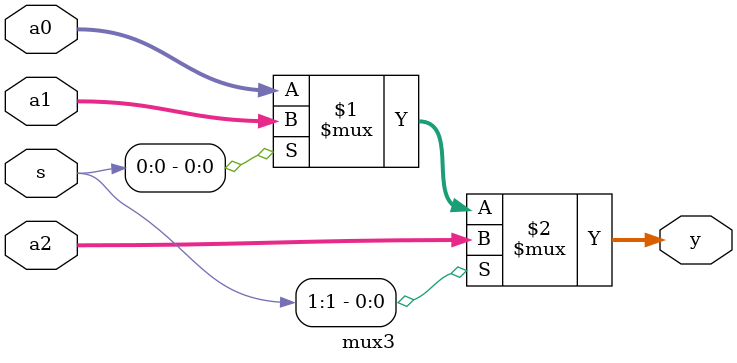
<source format=sv>
module mux3 #(parameter w = 8)
				(input logic [w-1:0] a0,a1,a2,
				input logic [1:0] s,
				output logic [w-1:0] y);
				
	assign y = s[1] ? a2: (s[0] ? a1 : a0);			
	
endmodule
</source>
